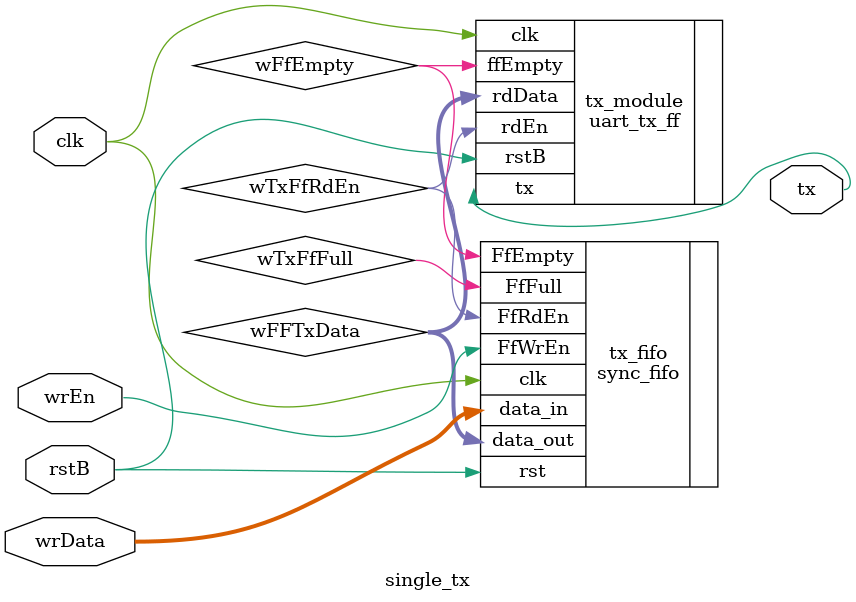
<source format=sv>

module single_tx (
	clk,
	rstB,

	wrEn,
	wrData,

	tx
);
//Port	
	input	logic			clk;
	input	logic			rstB;

	input	logic			wrEn;
	input	logic[7:0]		wrData;

	output	logic			tx;

//Module wire
	logic			wTxFfRdEn;
	logic[7:0]		wFFTxData;
	logic			wTxFfFull;
	logic			wFfEmpty;
	
//Module
	sync_fifo #(
		.WIDTH(8),
		.DEPTH(256)
	) tx_fifo (
		.clk(clk),
		.rst(rstB),

		.data_in(wrData),
		.FfWrEn(wrEn),

		.data_out(wFFTxData),
		.FfRdEn(wTxFfRdEn),
		.FfEmpty(wFfEmpty),
		.FfFull(wTxFfFull)
	);
	uart_tx_ff #(
		.BAUD_CYCLE(868) //BAUD_RATE = 115200 for clk=10n
	) tx_module (
		.clk(clk),
		.rstB(rstB),


		.ffEmpty(wFfEmpty),
		.rdEn(wTxFfRdEn),
		.rdData(wFFTxData),

		.tx(tx)
	);
	
endmodule
</source>
